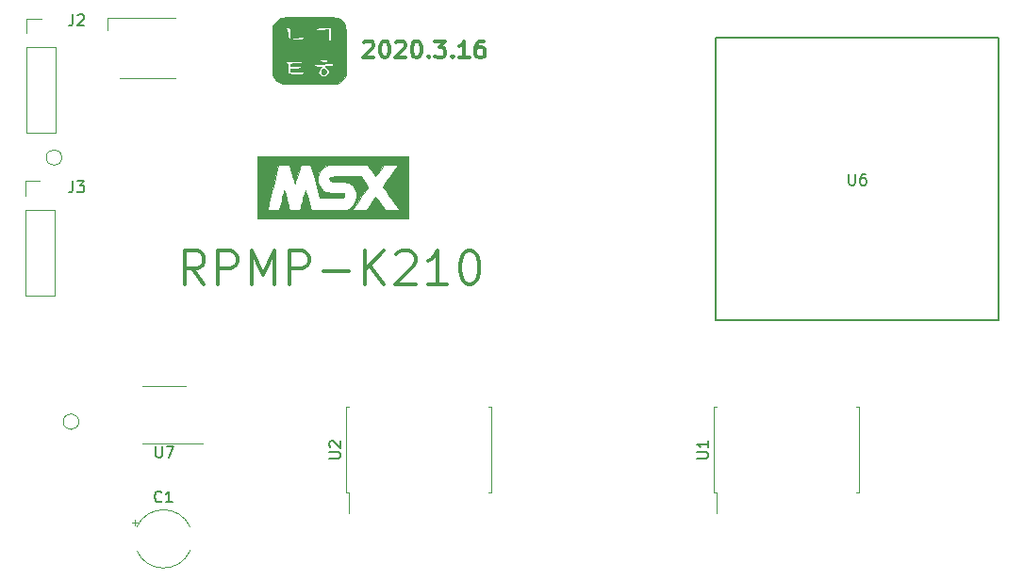
<source format=gbr>
G04 #@! TF.GenerationSoftware,KiCad,Pcbnew,5.1.5+dfsg1-2*
G04 #@! TF.CreationDate,2020-04-06T17:51:16-07:00*
G04 #@! TF.ProjectId,rpmpv1,72706d70-7631-42e6-9b69-6361645f7063,rev?*
G04 #@! TF.SameCoordinates,Original*
G04 #@! TF.FileFunction,Legend,Top*
G04 #@! TF.FilePolarity,Positive*
%FSLAX46Y46*%
G04 Gerber Fmt 4.6, Leading zero omitted, Abs format (unit mm)*
G04 Created by KiCad (PCBNEW 5.1.5+dfsg1-2) date 2020-04-06 17:51:16*
%MOMM*%
%LPD*%
G04 APERTURE LIST*
%ADD10C,0.300000*%
%ADD11C,0.150000*%
%ADD12C,0.120000*%
%ADD13C,0.010000*%
G04 APERTURE END LIST*
D10*
X137319428Y-53550428D02*
X137390857Y-53479000D01*
X137533714Y-53407571D01*
X137890857Y-53407571D01*
X138033714Y-53479000D01*
X138105142Y-53550428D01*
X138176571Y-53693285D01*
X138176571Y-53836142D01*
X138105142Y-54050428D01*
X137248000Y-54907571D01*
X138176571Y-54907571D01*
X139105142Y-53407571D02*
X139248000Y-53407571D01*
X139390857Y-53479000D01*
X139462285Y-53550428D01*
X139533714Y-53693285D01*
X139605142Y-53979000D01*
X139605142Y-54336142D01*
X139533714Y-54621857D01*
X139462285Y-54764714D01*
X139390857Y-54836142D01*
X139248000Y-54907571D01*
X139105142Y-54907571D01*
X138962285Y-54836142D01*
X138890857Y-54764714D01*
X138819428Y-54621857D01*
X138748000Y-54336142D01*
X138748000Y-53979000D01*
X138819428Y-53693285D01*
X138890857Y-53550428D01*
X138962285Y-53479000D01*
X139105142Y-53407571D01*
X140176571Y-53550428D02*
X140248000Y-53479000D01*
X140390857Y-53407571D01*
X140748000Y-53407571D01*
X140890857Y-53479000D01*
X140962285Y-53550428D01*
X141033714Y-53693285D01*
X141033714Y-53836142D01*
X140962285Y-54050428D01*
X140105142Y-54907571D01*
X141033714Y-54907571D01*
X141962285Y-53407571D02*
X142105142Y-53407571D01*
X142248000Y-53479000D01*
X142319428Y-53550428D01*
X142390857Y-53693285D01*
X142462285Y-53979000D01*
X142462285Y-54336142D01*
X142390857Y-54621857D01*
X142319428Y-54764714D01*
X142248000Y-54836142D01*
X142105142Y-54907571D01*
X141962285Y-54907571D01*
X141819428Y-54836142D01*
X141748000Y-54764714D01*
X141676571Y-54621857D01*
X141605142Y-54336142D01*
X141605142Y-53979000D01*
X141676571Y-53693285D01*
X141748000Y-53550428D01*
X141819428Y-53479000D01*
X141962285Y-53407571D01*
X143105142Y-54764714D02*
X143176571Y-54836142D01*
X143105142Y-54907571D01*
X143033714Y-54836142D01*
X143105142Y-54764714D01*
X143105142Y-54907571D01*
X143676571Y-53407571D02*
X144605142Y-53407571D01*
X144105142Y-53979000D01*
X144319428Y-53979000D01*
X144462285Y-54050428D01*
X144533714Y-54121857D01*
X144605142Y-54264714D01*
X144605142Y-54621857D01*
X144533714Y-54764714D01*
X144462285Y-54836142D01*
X144319428Y-54907571D01*
X143890857Y-54907571D01*
X143748000Y-54836142D01*
X143676571Y-54764714D01*
X145248000Y-54764714D02*
X145319428Y-54836142D01*
X145248000Y-54907571D01*
X145176571Y-54836142D01*
X145248000Y-54764714D01*
X145248000Y-54907571D01*
X146748000Y-54907571D02*
X145890857Y-54907571D01*
X146319428Y-54907571D02*
X146319428Y-53407571D01*
X146176571Y-53621857D01*
X146033714Y-53764714D01*
X145890857Y-53836142D01*
X148033714Y-53407571D02*
X147748000Y-53407571D01*
X147605142Y-53479000D01*
X147533714Y-53550428D01*
X147390857Y-53764714D01*
X147319428Y-54050428D01*
X147319428Y-54621857D01*
X147390857Y-54764714D01*
X147462285Y-54836142D01*
X147605142Y-54907571D01*
X147890857Y-54907571D01*
X148033714Y-54836142D01*
X148105142Y-54764714D01*
X148176571Y-54621857D01*
X148176571Y-54264714D01*
X148105142Y-54121857D01*
X148033714Y-54050428D01*
X147890857Y-53979000D01*
X147605142Y-53979000D01*
X147462285Y-54050428D01*
X147390857Y-54121857D01*
X147319428Y-54264714D01*
X122937428Y-75271142D02*
X121937428Y-73842571D01*
X121223142Y-75271142D02*
X121223142Y-72271142D01*
X122366000Y-72271142D01*
X122651714Y-72414000D01*
X122794571Y-72556857D01*
X122937428Y-72842571D01*
X122937428Y-73271142D01*
X122794571Y-73556857D01*
X122651714Y-73699714D01*
X122366000Y-73842571D01*
X121223142Y-73842571D01*
X124223142Y-75271142D02*
X124223142Y-72271142D01*
X125366000Y-72271142D01*
X125651714Y-72414000D01*
X125794571Y-72556857D01*
X125937428Y-72842571D01*
X125937428Y-73271142D01*
X125794571Y-73556857D01*
X125651714Y-73699714D01*
X125366000Y-73842571D01*
X124223142Y-73842571D01*
X127223142Y-75271142D02*
X127223142Y-72271142D01*
X128223142Y-74414000D01*
X129223142Y-72271142D01*
X129223142Y-75271142D01*
X130651714Y-75271142D02*
X130651714Y-72271142D01*
X131794571Y-72271142D01*
X132080285Y-72414000D01*
X132223142Y-72556857D01*
X132366000Y-72842571D01*
X132366000Y-73271142D01*
X132223142Y-73556857D01*
X132080285Y-73699714D01*
X131794571Y-73842571D01*
X130651714Y-73842571D01*
X133651714Y-74128285D02*
X135937428Y-74128285D01*
X137366000Y-75271142D02*
X137366000Y-72271142D01*
X139080285Y-75271142D02*
X137794571Y-73556857D01*
X139080285Y-72271142D02*
X137366000Y-73985428D01*
X140223142Y-72556857D02*
X140366000Y-72414000D01*
X140651714Y-72271142D01*
X141366000Y-72271142D01*
X141651714Y-72414000D01*
X141794571Y-72556857D01*
X141937428Y-72842571D01*
X141937428Y-73128285D01*
X141794571Y-73556857D01*
X140080285Y-75271142D01*
X141937428Y-75271142D01*
X144794571Y-75271142D02*
X143080285Y-75271142D01*
X143937428Y-75271142D02*
X143937428Y-72271142D01*
X143651714Y-72699714D01*
X143366000Y-72985428D01*
X143080285Y-73128285D01*
X146651714Y-72271142D02*
X146937428Y-72271142D01*
X147223142Y-72414000D01*
X147366000Y-72556857D01*
X147508857Y-72842571D01*
X147651714Y-73414000D01*
X147651714Y-74128285D01*
X147508857Y-74699714D01*
X147366000Y-74985428D01*
X147223142Y-75128285D01*
X146937428Y-75271142D01*
X146651714Y-75271142D01*
X146366000Y-75128285D01*
X146223142Y-74985428D01*
X146080285Y-74699714D01*
X145937428Y-74128285D01*
X145937428Y-73414000D01*
X146080285Y-72842571D01*
X146223142Y-72556857D01*
X146366000Y-72414000D01*
X146651714Y-72271142D01*
D11*
X194310000Y-78486000D02*
X168910000Y-78486000D01*
X194310000Y-53086000D02*
X168910000Y-53086000D01*
X168910000Y-78486000D02*
X168910000Y-53086000D01*
X194310000Y-78486000D02*
X194310000Y-53086000D01*
D12*
X135965000Y-94030000D02*
X135965000Y-95845000D01*
X135730000Y-94030000D02*
X135965000Y-94030000D01*
X135730000Y-90170000D02*
X135730000Y-94030000D01*
X135730000Y-86310000D02*
X135965000Y-86310000D01*
X135730000Y-90170000D02*
X135730000Y-86310000D01*
X148750000Y-94030000D02*
X148515000Y-94030000D01*
X148750000Y-90170000D02*
X148750000Y-94030000D01*
X148750000Y-86310000D02*
X148515000Y-86310000D01*
X148750000Y-90170000D02*
X148750000Y-86310000D01*
X168985000Y-94030000D02*
X168985000Y-95845000D01*
X168750000Y-94030000D02*
X168985000Y-94030000D01*
X168750000Y-90170000D02*
X168750000Y-94030000D01*
X168750000Y-86310000D02*
X168985000Y-86310000D01*
X168750000Y-90170000D02*
X168750000Y-86310000D01*
X181770000Y-94030000D02*
X181535000Y-94030000D01*
X181770000Y-90170000D02*
X181770000Y-94030000D01*
X181770000Y-86310000D02*
X181535000Y-86310000D01*
X181770000Y-90170000D02*
X181770000Y-86310000D01*
X107001000Y-51375000D02*
X108331000Y-51375000D01*
X107001000Y-52705000D02*
X107001000Y-51375000D01*
X107001000Y-53975000D02*
X109661000Y-53975000D01*
X109661000Y-53975000D02*
X109661000Y-61655000D01*
X107001000Y-53975000D02*
X107001000Y-61655000D01*
X107001000Y-61655000D02*
X109661000Y-61655000D01*
X114269000Y-51353000D02*
X120369000Y-51353000D01*
X114269000Y-52453000D02*
X114269000Y-51353000D01*
X120369000Y-56753000D02*
X115369000Y-56753000D01*
D13*
G36*
X141266333Y-69384333D02*
G01*
X127719667Y-69384333D01*
X127719667Y-68527083D01*
X128618541Y-68527083D01*
X128630332Y-68549782D01*
X128691308Y-68565402D01*
X128811355Y-68574934D01*
X129000359Y-68579370D01*
X129145934Y-68580000D01*
X129692260Y-68580000D01*
X129901880Y-67712735D01*
X129965068Y-67455411D01*
X130022715Y-67228382D01*
X130071608Y-67043679D01*
X130108536Y-66913335D01*
X130130285Y-66849384D01*
X130133586Y-66844901D01*
X130151903Y-66883226D01*
X130187564Y-66989124D01*
X130236136Y-67148350D01*
X130293184Y-67346660D01*
X130321188Y-67447583D01*
X130387618Y-67688056D01*
X130453653Y-67924238D01*
X130512565Y-68132248D01*
X130557626Y-68288206D01*
X130565686Y-68315416D01*
X130644667Y-68580000D01*
X131108333Y-68580000D01*
X131295041Y-68579098D01*
X131445820Y-68576656D01*
X131543542Y-68573062D01*
X131572096Y-68569416D01*
X131582705Y-68522127D01*
X131611719Y-68408703D01*
X131655169Y-68243751D01*
X131709089Y-68041878D01*
X131769511Y-67817692D01*
X131832467Y-67585798D01*
X131893991Y-67360805D01*
X131950114Y-67157319D01*
X131996869Y-66989948D01*
X132030289Y-66873298D01*
X132046406Y-66821976D01*
X132047020Y-66820868D01*
X132061834Y-66855220D01*
X132094693Y-66959913D01*
X132142256Y-67123368D01*
X132201185Y-67334004D01*
X132268141Y-67580241D01*
X132295387Y-67682214D01*
X132528481Y-68558833D01*
X134112490Y-68569941D01*
X135696498Y-68581048D01*
X135916462Y-68473430D01*
X136191523Y-68294760D01*
X136403747Y-68062062D01*
X136548639Y-67782663D01*
X136621707Y-67463887D01*
X136629957Y-67310000D01*
X136593164Y-66977897D01*
X136480724Y-66683766D01*
X136292451Y-66427187D01*
X136202775Y-66341018D01*
X136069468Y-66234397D01*
X135935811Y-66155635D01*
X135785860Y-66100785D01*
X135603673Y-66065905D01*
X135373307Y-66047048D01*
X135078819Y-66040270D01*
X134986209Y-66039999D01*
X134706698Y-66037255D01*
X134500907Y-66026860D01*
X134358003Y-66005571D01*
X134267155Y-65970146D01*
X134217529Y-65917341D01*
X134198294Y-65843914D01*
X134196666Y-65803629D01*
X134198642Y-65743113D01*
X134210045Y-65694306D01*
X134239094Y-65655949D01*
X134294006Y-65626783D01*
X134382998Y-65605551D01*
X134514288Y-65590993D01*
X134696092Y-65581851D01*
X134936628Y-65576866D01*
X135244114Y-65574781D01*
X135626765Y-65574336D01*
X135693813Y-65574333D01*
X137057913Y-65574333D01*
X137365430Y-66024190D01*
X137481422Y-66200852D01*
X137573020Y-66354000D01*
X137632100Y-66469067D01*
X137650540Y-66531487D01*
X137649851Y-66534234D01*
X137620338Y-66583540D01*
X137548587Y-66692607D01*
X137441060Y-66851935D01*
X137304221Y-67052025D01*
X137144530Y-67283379D01*
X136968452Y-67536499D01*
X136948878Y-67564523D01*
X136772929Y-67817101D01*
X136613967Y-68046792D01*
X136478163Y-68244557D01*
X136371690Y-68401355D01*
X136300720Y-68508149D01*
X136271425Y-68555897D01*
X136271000Y-68557313D01*
X136310878Y-68565254D01*
X136420696Y-68571981D01*
X136585732Y-68576963D01*
X136791261Y-68579667D01*
X136898227Y-68580000D01*
X137525455Y-68580000D01*
X138339237Y-67387242D01*
X138567171Y-67697871D01*
X138703225Y-67884578D01*
X138851582Y-68090172D01*
X138982832Y-68273872D01*
X138997268Y-68294250D01*
X139199432Y-68579999D01*
X139809549Y-68580000D01*
X140025875Y-68578269D01*
X140208458Y-68573511D01*
X140342372Y-68566372D01*
X140412687Y-68557502D01*
X140419667Y-68553504D01*
X140396187Y-68513400D01*
X140329868Y-68413257D01*
X140226890Y-68262066D01*
X140093433Y-68068823D01*
X139935677Y-67842519D01*
X139759804Y-67592148D01*
X139728724Y-67548088D01*
X139548817Y-67292912D01*
X139384287Y-67059005D01*
X139241643Y-66855663D01*
X139127394Y-66692182D01*
X139048048Y-66577859D01*
X139010114Y-66521988D01*
X139008411Y-66519247D01*
X139024018Y-66471709D01*
X139084862Y-66363755D01*
X139185945Y-66203122D01*
X139322266Y-65997545D01*
X139488825Y-65754760D01*
X139657021Y-65515660D01*
X139833962Y-65265970D01*
X139993682Y-65039045D01*
X140129903Y-64843932D01*
X140236344Y-64689678D01*
X140306724Y-64585329D01*
X140334766Y-64539931D01*
X140335000Y-64538996D01*
X140295128Y-64531021D01*
X140185350Y-64524442D01*
X140020423Y-64519769D01*
X139815101Y-64517511D01*
X139710583Y-64517425D01*
X139086167Y-64518851D01*
X138797756Y-64932816D01*
X138674792Y-65107840D01*
X138560426Y-65268001D01*
X138468369Y-65394252D01*
X138416756Y-65462108D01*
X138324167Y-65577434D01*
X137943167Y-65046148D01*
X137562167Y-64514861D01*
X135868833Y-64526013D01*
X134175500Y-64537166D01*
X133937586Y-64648721D01*
X133637350Y-64825719D01*
X133412153Y-65041110D01*
X133260362Y-65297370D01*
X133180348Y-65596971D01*
X133166063Y-65818832D01*
X133172573Y-66000370D01*
X133197473Y-66142139D01*
X133250850Y-66285133D01*
X133311433Y-66409621D01*
X133481619Y-66671450D01*
X133688775Y-66869605D01*
X133923136Y-66995232D01*
X133975486Y-67011735D01*
X134072947Y-67027123D01*
X134235730Y-67040178D01*
X134444500Y-67049857D01*
X134679920Y-67055116D01*
X134791450Y-67055763D01*
X135083176Y-67058719D01*
X135295039Y-67067570D01*
X135431661Y-67082648D01*
X135497662Y-67104285D01*
X135500533Y-67106800D01*
X135545497Y-67199300D01*
X135549836Y-67318660D01*
X135516875Y-67426821D01*
X135468037Y-67478599D01*
X135393845Y-67493946D01*
X135239119Y-67505030D01*
X135007888Y-67511733D01*
X134704185Y-67513931D01*
X134361255Y-67511839D01*
X133337768Y-67500500D01*
X132962642Y-66167000D01*
X132870003Y-65837584D01*
X132782951Y-65527843D01*
X132704610Y-65248903D01*
X132638101Y-65011889D01*
X132586547Y-64827924D01*
X132553070Y-64708134D01*
X132543413Y-64673338D01*
X132499309Y-64513176D01*
X131595057Y-64537166D01*
X131359953Y-65341500D01*
X131286485Y-65592069D01*
X131220122Y-65816945D01*
X131164874Y-66002649D01*
X131124754Y-66135705D01*
X131103774Y-66202637D01*
X131102693Y-66205695D01*
X131085319Y-66185715D01*
X131049763Y-66095111D01*
X130999715Y-65945054D01*
X130938866Y-65746712D01*
X130870904Y-65511255D01*
X130857941Y-65464862D01*
X130787958Y-65213260D01*
X130724772Y-64986353D01*
X130672258Y-64798033D01*
X130634290Y-64662191D01*
X130614743Y-64592719D01*
X130613987Y-64590083D01*
X130595238Y-64557588D01*
X130551462Y-64536133D01*
X130467851Y-64523518D01*
X130329594Y-64517541D01*
X130121883Y-64516000D01*
X129638549Y-64516000D01*
X129138011Y-66495083D01*
X129037613Y-66891606D01*
X128943162Y-67263786D01*
X128856755Y-67603424D01*
X128780487Y-67902322D01*
X128716455Y-68152280D01*
X128666754Y-68345099D01*
X128633481Y-68472582D01*
X128618731Y-68526528D01*
X128618541Y-68527083D01*
X127719667Y-68527083D01*
X127719667Y-63754000D01*
X141266333Y-63754000D01*
X141266333Y-69384333D01*
G37*
X141266333Y-69384333D02*
X127719667Y-69384333D01*
X127719667Y-68527083D01*
X128618541Y-68527083D01*
X128630332Y-68549782D01*
X128691308Y-68565402D01*
X128811355Y-68574934D01*
X129000359Y-68579370D01*
X129145934Y-68580000D01*
X129692260Y-68580000D01*
X129901880Y-67712735D01*
X129965068Y-67455411D01*
X130022715Y-67228382D01*
X130071608Y-67043679D01*
X130108536Y-66913335D01*
X130130285Y-66849384D01*
X130133586Y-66844901D01*
X130151903Y-66883226D01*
X130187564Y-66989124D01*
X130236136Y-67148350D01*
X130293184Y-67346660D01*
X130321188Y-67447583D01*
X130387618Y-67688056D01*
X130453653Y-67924238D01*
X130512565Y-68132248D01*
X130557626Y-68288206D01*
X130565686Y-68315416D01*
X130644667Y-68580000D01*
X131108333Y-68580000D01*
X131295041Y-68579098D01*
X131445820Y-68576656D01*
X131543542Y-68573062D01*
X131572096Y-68569416D01*
X131582705Y-68522127D01*
X131611719Y-68408703D01*
X131655169Y-68243751D01*
X131709089Y-68041878D01*
X131769511Y-67817692D01*
X131832467Y-67585798D01*
X131893991Y-67360805D01*
X131950114Y-67157319D01*
X131996869Y-66989948D01*
X132030289Y-66873298D01*
X132046406Y-66821976D01*
X132047020Y-66820868D01*
X132061834Y-66855220D01*
X132094693Y-66959913D01*
X132142256Y-67123368D01*
X132201185Y-67334004D01*
X132268141Y-67580241D01*
X132295387Y-67682214D01*
X132528481Y-68558833D01*
X134112490Y-68569941D01*
X135696498Y-68581048D01*
X135916462Y-68473430D01*
X136191523Y-68294760D01*
X136403747Y-68062062D01*
X136548639Y-67782663D01*
X136621707Y-67463887D01*
X136629957Y-67310000D01*
X136593164Y-66977897D01*
X136480724Y-66683766D01*
X136292451Y-66427187D01*
X136202775Y-66341018D01*
X136069468Y-66234397D01*
X135935811Y-66155635D01*
X135785860Y-66100785D01*
X135603673Y-66065905D01*
X135373307Y-66047048D01*
X135078819Y-66040270D01*
X134986209Y-66039999D01*
X134706698Y-66037255D01*
X134500907Y-66026860D01*
X134358003Y-66005571D01*
X134267155Y-65970146D01*
X134217529Y-65917341D01*
X134198294Y-65843914D01*
X134196666Y-65803629D01*
X134198642Y-65743113D01*
X134210045Y-65694306D01*
X134239094Y-65655949D01*
X134294006Y-65626783D01*
X134382998Y-65605551D01*
X134514288Y-65590993D01*
X134696092Y-65581851D01*
X134936628Y-65576866D01*
X135244114Y-65574781D01*
X135626765Y-65574336D01*
X135693813Y-65574333D01*
X137057913Y-65574333D01*
X137365430Y-66024190D01*
X137481422Y-66200852D01*
X137573020Y-66354000D01*
X137632100Y-66469067D01*
X137650540Y-66531487D01*
X137649851Y-66534234D01*
X137620338Y-66583540D01*
X137548587Y-66692607D01*
X137441060Y-66851935D01*
X137304221Y-67052025D01*
X137144530Y-67283379D01*
X136968452Y-67536499D01*
X136948878Y-67564523D01*
X136772929Y-67817101D01*
X136613967Y-68046792D01*
X136478163Y-68244557D01*
X136371690Y-68401355D01*
X136300720Y-68508149D01*
X136271425Y-68555897D01*
X136271000Y-68557313D01*
X136310878Y-68565254D01*
X136420696Y-68571981D01*
X136585732Y-68576963D01*
X136791261Y-68579667D01*
X136898227Y-68580000D01*
X137525455Y-68580000D01*
X138339237Y-67387242D01*
X138567171Y-67697871D01*
X138703225Y-67884578D01*
X138851582Y-68090172D01*
X138982832Y-68273872D01*
X138997268Y-68294250D01*
X139199432Y-68579999D01*
X139809549Y-68580000D01*
X140025875Y-68578269D01*
X140208458Y-68573511D01*
X140342372Y-68566372D01*
X140412687Y-68557502D01*
X140419667Y-68553504D01*
X140396187Y-68513400D01*
X140329868Y-68413257D01*
X140226890Y-68262066D01*
X140093433Y-68068823D01*
X139935677Y-67842519D01*
X139759804Y-67592148D01*
X139728724Y-67548088D01*
X139548817Y-67292912D01*
X139384287Y-67059005D01*
X139241643Y-66855663D01*
X139127394Y-66692182D01*
X139048048Y-66577859D01*
X139010114Y-66521988D01*
X139008411Y-66519247D01*
X139024018Y-66471709D01*
X139084862Y-66363755D01*
X139185945Y-66203122D01*
X139322266Y-65997545D01*
X139488825Y-65754760D01*
X139657021Y-65515660D01*
X139833962Y-65265970D01*
X139993682Y-65039045D01*
X140129903Y-64843932D01*
X140236344Y-64689678D01*
X140306724Y-64585329D01*
X140334766Y-64539931D01*
X140335000Y-64538996D01*
X140295128Y-64531021D01*
X140185350Y-64524442D01*
X140020423Y-64519769D01*
X139815101Y-64517511D01*
X139710583Y-64517425D01*
X139086167Y-64518851D01*
X138797756Y-64932816D01*
X138674792Y-65107840D01*
X138560426Y-65268001D01*
X138468369Y-65394252D01*
X138416756Y-65462108D01*
X138324167Y-65577434D01*
X137943167Y-65046148D01*
X137562167Y-64514861D01*
X135868833Y-64526013D01*
X134175500Y-64537166D01*
X133937586Y-64648721D01*
X133637350Y-64825719D01*
X133412153Y-65041110D01*
X133260362Y-65297370D01*
X133180348Y-65596971D01*
X133166063Y-65818832D01*
X133172573Y-66000370D01*
X133197473Y-66142139D01*
X133250850Y-66285133D01*
X133311433Y-66409621D01*
X133481619Y-66671450D01*
X133688775Y-66869605D01*
X133923136Y-66995232D01*
X133975486Y-67011735D01*
X134072947Y-67027123D01*
X134235730Y-67040178D01*
X134444500Y-67049857D01*
X134679920Y-67055116D01*
X134791450Y-67055763D01*
X135083176Y-67058719D01*
X135295039Y-67067570D01*
X135431661Y-67082648D01*
X135497662Y-67104285D01*
X135500533Y-67106800D01*
X135545497Y-67199300D01*
X135549836Y-67318660D01*
X135516875Y-67426821D01*
X135468037Y-67478599D01*
X135393845Y-67493946D01*
X135239119Y-67505030D01*
X135007888Y-67511733D01*
X134704185Y-67513931D01*
X134361255Y-67511839D01*
X133337768Y-67500500D01*
X132962642Y-66167000D01*
X132870003Y-65837584D01*
X132782951Y-65527843D01*
X132704610Y-65248903D01*
X132638101Y-65011889D01*
X132586547Y-64827924D01*
X132553070Y-64708134D01*
X132543413Y-64673338D01*
X132499309Y-64513176D01*
X131595057Y-64537166D01*
X131359953Y-65341500D01*
X131286485Y-65592069D01*
X131220122Y-65816945D01*
X131164874Y-66002649D01*
X131124754Y-66135705D01*
X131103774Y-66202637D01*
X131102693Y-66205695D01*
X131085319Y-66185715D01*
X131049763Y-66095111D01*
X130999715Y-65945054D01*
X130938866Y-65746712D01*
X130870904Y-65511255D01*
X130857941Y-65464862D01*
X130787958Y-65213260D01*
X130724772Y-64986353D01*
X130672258Y-64798033D01*
X130634290Y-64662191D01*
X130614743Y-64592719D01*
X130613987Y-64590083D01*
X130595238Y-64557588D01*
X130551462Y-64536133D01*
X130467851Y-64523518D01*
X130329594Y-64517541D01*
X130121883Y-64516000D01*
X129638549Y-64516000D01*
X129138011Y-66495083D01*
X129037613Y-66891606D01*
X128943162Y-67263786D01*
X128856755Y-67603424D01*
X128780487Y-67902322D01*
X128716455Y-68152280D01*
X128666754Y-68345099D01*
X128633481Y-68472582D01*
X128618731Y-68526528D01*
X128618541Y-68527083D01*
X127719667Y-68527083D01*
X127719667Y-63754000D01*
X141266333Y-63754000D01*
X141266333Y-69384333D01*
G36*
X132969048Y-51259490D02*
G01*
X133460862Y-51260393D01*
X133869408Y-51263230D01*
X134203850Y-51269088D01*
X134473354Y-51279058D01*
X134687086Y-51294227D01*
X134854210Y-51315685D01*
X134983893Y-51344520D01*
X135085299Y-51381822D01*
X135167595Y-51428679D01*
X135239945Y-51486180D01*
X135311515Y-51555415D01*
X135368449Y-51613901D01*
X135443245Y-51692627D01*
X135505461Y-51767822D01*
X135556185Y-51849193D01*
X135596507Y-51946450D01*
X135627514Y-52069300D01*
X135650296Y-52227452D01*
X135665941Y-52430614D01*
X135675537Y-52688494D01*
X135680173Y-53010801D01*
X135680938Y-53407243D01*
X135678920Y-53887528D01*
X135675917Y-54356000D01*
X135661400Y-56515000D01*
X135517637Y-56726837D01*
X135380914Y-56891080D01*
X135213759Y-57044361D01*
X135162037Y-57082437D01*
X134950200Y-57226200D01*
X132456721Y-57240268D01*
X129963242Y-57254337D01*
X129688905Y-57111022D01*
X129464523Y-56964064D01*
X129298180Y-56776561D01*
X129261384Y-56720017D01*
X129108200Y-56472327D01*
X129099420Y-55282441D01*
X130256631Y-55282441D01*
X130278039Y-55324375D01*
X130352800Y-55372000D01*
X130404578Y-55412263D01*
X130435264Y-55480152D01*
X130450106Y-55599192D01*
X130454352Y-55792905D01*
X130454400Y-55827358D01*
X130457445Y-56041957D01*
X130476642Y-56193342D01*
X130527080Y-56292541D01*
X130623852Y-56350581D01*
X130782048Y-56378490D01*
X131016759Y-56387296D01*
X131221622Y-56388000D01*
X131487067Y-56385862D01*
X131667402Y-56378105D01*
X131779056Y-56362707D01*
X131838455Y-56337650D01*
X131859270Y-56309609D01*
X131869312Y-56224612D01*
X131857945Y-56199811D01*
X131797321Y-56188061D01*
X131657198Y-56180368D01*
X131459623Y-56177498D01*
X131267469Y-56179334D01*
X130708400Y-56190262D01*
X130708400Y-55883812D01*
X131177719Y-55869206D01*
X131402721Y-55859595D01*
X131545160Y-55845029D01*
X131624071Y-55821460D01*
X131658487Y-55784834D01*
X131664044Y-55765700D01*
X131662249Y-55724399D01*
X131625923Y-55698222D01*
X131537336Y-55683811D01*
X131378760Y-55677807D01*
X131194724Y-55676800D01*
X130970121Y-55675935D01*
X130828160Y-55670040D01*
X130749882Y-55654164D01*
X130716330Y-55623357D01*
X130708545Y-55572667D01*
X130708400Y-55549800D01*
X130708711Y-55543991D01*
X132807929Y-55543991D01*
X132885688Y-55630456D01*
X132981009Y-55683881D01*
X133111073Y-55703454D01*
X133287471Y-55696549D01*
X133445442Y-55686359D01*
X133516378Y-55691071D01*
X133514142Y-55713678D01*
X133481457Y-55738420D01*
X133299079Y-55899591D01*
X133203629Y-56071923D01*
X133198307Y-56242487D01*
X133286312Y-56398355D01*
X133311900Y-56423478D01*
X133493888Y-56549525D01*
X133678513Y-56585202D01*
X133893177Y-56534866D01*
X133927080Y-56521248D01*
X134091378Y-56408393D01*
X134175928Y-56255809D01*
X134180939Y-56086453D01*
X134106616Y-55923285D01*
X133953167Y-55789261D01*
X133920311Y-55771568D01*
X133824575Y-55710822D01*
X133819371Y-55667526D01*
X133907667Y-55640214D01*
X134092433Y-55627417D01*
X134214756Y-55626000D01*
X134424120Y-55612098D01*
X134536337Y-55570515D01*
X134551130Y-55501429D01*
X134504251Y-55437680D01*
X134457854Y-55404301D01*
X134388595Y-55387301D01*
X134276236Y-55386243D01*
X134100534Y-55400687D01*
X133889971Y-55424388D01*
X133635186Y-55448749D01*
X133388078Y-55462343D01*
X133184445Y-55463653D01*
X133098745Y-55457994D01*
X132916051Y-55451238D01*
X132817497Y-55481211D01*
X132807929Y-55543991D01*
X130708711Y-55543991D01*
X130711491Y-55492166D01*
X130733132Y-55455295D01*
X130791872Y-55434549D01*
X130906261Y-55425291D01*
X131094848Y-55422884D01*
X131216400Y-55422800D01*
X131447609Y-55421405D01*
X131595621Y-55414770D01*
X131678823Y-55399216D01*
X131715606Y-55371066D01*
X131724358Y-55326641D01*
X131724400Y-55321200D01*
X131719270Y-55281587D01*
X131693649Y-55253870D01*
X131632191Y-55235934D01*
X131519549Y-55225661D01*
X131340376Y-55220934D01*
X131079325Y-55219636D01*
X130987800Y-55219600D01*
X130669316Y-55222737D01*
X130445683Y-55233202D01*
X130310317Y-55252577D01*
X130256631Y-55282441D01*
X129099420Y-55282441D01*
X129098016Y-55092192D01*
X133298370Y-55092192D01*
X133339087Y-55175887D01*
X133412103Y-55242119D01*
X133551385Y-55298284D01*
X133727520Y-55319099D01*
X133889851Y-55301514D01*
X133954302Y-55274749D01*
X134013031Y-55203675D01*
X133985699Y-55135438D01*
X133887141Y-55084817D01*
X133745294Y-55066506D01*
X133579126Y-55058894D01*
X133438449Y-55040869D01*
X133413500Y-55035181D01*
X133323230Y-55037072D01*
X133298370Y-55092192D01*
X129098016Y-55092192D01*
X129092613Y-54360063D01*
X129089375Y-53745809D01*
X129089499Y-53230280D01*
X129093036Y-52810657D01*
X129100038Y-52484120D01*
X129110553Y-52247847D01*
X129112429Y-52228014D01*
X130204180Y-52228014D01*
X130244038Y-52288219D01*
X130296192Y-52320892D01*
X130350806Y-52371406D01*
X130385060Y-52466846D01*
X130405712Y-52630707D01*
X130411801Y-52722848D01*
X130425330Y-52916004D01*
X130450767Y-53053655D01*
X130503360Y-53145202D01*
X130598360Y-53200049D01*
X130751016Y-53227596D01*
X130976580Y-53237246D01*
X131248020Y-53238400D01*
X131522431Y-53237487D01*
X131711163Y-53233227D01*
X131830129Y-53223333D01*
X131895243Y-53205522D01*
X131922421Y-53177509D01*
X131927600Y-53140836D01*
X131883686Y-53057724D01*
X131772034Y-53009506D01*
X131622771Y-53003797D01*
X131501318Y-53033102D01*
X131376120Y-53061356D01*
X131193714Y-53080549D01*
X131035292Y-53086000D01*
X130708400Y-53086000D01*
X130708400Y-52727060D01*
X130700494Y-52479736D01*
X130670779Y-52316897D01*
X130610255Y-52222238D01*
X130608469Y-52221476D01*
X132791200Y-52221476D01*
X132807215Y-52252220D01*
X132880438Y-52321169D01*
X132888445Y-52327890D01*
X132951007Y-52372781D01*
X133022655Y-52400048D01*
X133125492Y-52411901D01*
X133281620Y-52410549D01*
X133513142Y-52398201D01*
X133561545Y-52395170D01*
X134112000Y-52360339D01*
X134112000Y-52875569D01*
X134114380Y-53113757D01*
X134123208Y-53267244D01*
X134141013Y-53352853D01*
X134170323Y-53387407D01*
X134189457Y-53390800D01*
X134262756Y-53348262D01*
X134316457Y-53260492D01*
X134338671Y-53152041D01*
X134355732Y-52973519D01*
X134365034Y-52756424D01*
X134366000Y-52661929D01*
X134366000Y-52193672D01*
X133591300Y-52205422D01*
X133321286Y-52209762D01*
X133088842Y-52213960D01*
X132912148Y-52217652D01*
X132809389Y-52220473D01*
X132791200Y-52221476D01*
X130608469Y-52221476D01*
X130509921Y-52179453D01*
X130401812Y-52171600D01*
X130258393Y-52186849D01*
X130204180Y-52228014D01*
X129112429Y-52228014D01*
X129124632Y-52099019D01*
X129133699Y-52054141D01*
X129233899Y-51845287D01*
X129399568Y-51633950D01*
X129600941Y-51453050D01*
X129768600Y-51351975D01*
X129821965Y-51330454D01*
X129885320Y-51312533D01*
X129967888Y-51297886D01*
X130078893Y-51286188D01*
X130227560Y-51277111D01*
X130423114Y-51270329D01*
X130674779Y-51265517D01*
X130991780Y-51262347D01*
X131383340Y-51260494D01*
X131858685Y-51259631D01*
X132384800Y-51259431D01*
X132969048Y-51259490D01*
G37*
X132969048Y-51259490D02*
X133460862Y-51260393D01*
X133869408Y-51263230D01*
X134203850Y-51269088D01*
X134473354Y-51279058D01*
X134687086Y-51294227D01*
X134854210Y-51315685D01*
X134983893Y-51344520D01*
X135085299Y-51381822D01*
X135167595Y-51428679D01*
X135239945Y-51486180D01*
X135311515Y-51555415D01*
X135368449Y-51613901D01*
X135443245Y-51692627D01*
X135505461Y-51767822D01*
X135556185Y-51849193D01*
X135596507Y-51946450D01*
X135627514Y-52069300D01*
X135650296Y-52227452D01*
X135665941Y-52430614D01*
X135675537Y-52688494D01*
X135680173Y-53010801D01*
X135680938Y-53407243D01*
X135678920Y-53887528D01*
X135675917Y-54356000D01*
X135661400Y-56515000D01*
X135517637Y-56726837D01*
X135380914Y-56891080D01*
X135213759Y-57044361D01*
X135162037Y-57082437D01*
X134950200Y-57226200D01*
X132456721Y-57240268D01*
X129963242Y-57254337D01*
X129688905Y-57111022D01*
X129464523Y-56964064D01*
X129298180Y-56776561D01*
X129261384Y-56720017D01*
X129108200Y-56472327D01*
X129099420Y-55282441D01*
X130256631Y-55282441D01*
X130278039Y-55324375D01*
X130352800Y-55372000D01*
X130404578Y-55412263D01*
X130435264Y-55480152D01*
X130450106Y-55599192D01*
X130454352Y-55792905D01*
X130454400Y-55827358D01*
X130457445Y-56041957D01*
X130476642Y-56193342D01*
X130527080Y-56292541D01*
X130623852Y-56350581D01*
X130782048Y-56378490D01*
X131016759Y-56387296D01*
X131221622Y-56388000D01*
X131487067Y-56385862D01*
X131667402Y-56378105D01*
X131779056Y-56362707D01*
X131838455Y-56337650D01*
X131859270Y-56309609D01*
X131869312Y-56224612D01*
X131857945Y-56199811D01*
X131797321Y-56188061D01*
X131657198Y-56180368D01*
X131459623Y-56177498D01*
X131267469Y-56179334D01*
X130708400Y-56190262D01*
X130708400Y-55883812D01*
X131177719Y-55869206D01*
X131402721Y-55859595D01*
X131545160Y-55845029D01*
X131624071Y-55821460D01*
X131658487Y-55784834D01*
X131664044Y-55765700D01*
X131662249Y-55724399D01*
X131625923Y-55698222D01*
X131537336Y-55683811D01*
X131378760Y-55677807D01*
X131194724Y-55676800D01*
X130970121Y-55675935D01*
X130828160Y-55670040D01*
X130749882Y-55654164D01*
X130716330Y-55623357D01*
X130708545Y-55572667D01*
X130708400Y-55549800D01*
X130708711Y-55543991D01*
X132807929Y-55543991D01*
X132885688Y-55630456D01*
X132981009Y-55683881D01*
X133111073Y-55703454D01*
X133287471Y-55696549D01*
X133445442Y-55686359D01*
X133516378Y-55691071D01*
X133514142Y-55713678D01*
X133481457Y-55738420D01*
X133299079Y-55899591D01*
X133203629Y-56071923D01*
X133198307Y-56242487D01*
X133286312Y-56398355D01*
X133311900Y-56423478D01*
X133493888Y-56549525D01*
X133678513Y-56585202D01*
X133893177Y-56534866D01*
X133927080Y-56521248D01*
X134091378Y-56408393D01*
X134175928Y-56255809D01*
X134180939Y-56086453D01*
X134106616Y-55923285D01*
X133953167Y-55789261D01*
X133920311Y-55771568D01*
X133824575Y-55710822D01*
X133819371Y-55667526D01*
X133907667Y-55640214D01*
X134092433Y-55627417D01*
X134214756Y-55626000D01*
X134424120Y-55612098D01*
X134536337Y-55570515D01*
X134551130Y-55501429D01*
X134504251Y-55437680D01*
X134457854Y-55404301D01*
X134388595Y-55387301D01*
X134276236Y-55386243D01*
X134100534Y-55400687D01*
X133889971Y-55424388D01*
X133635186Y-55448749D01*
X133388078Y-55462343D01*
X133184445Y-55463653D01*
X133098745Y-55457994D01*
X132916051Y-55451238D01*
X132817497Y-55481211D01*
X132807929Y-55543991D01*
X130708711Y-55543991D01*
X130711491Y-55492166D01*
X130733132Y-55455295D01*
X130791872Y-55434549D01*
X130906261Y-55425291D01*
X131094848Y-55422884D01*
X131216400Y-55422800D01*
X131447609Y-55421405D01*
X131595621Y-55414770D01*
X131678823Y-55399216D01*
X131715606Y-55371066D01*
X131724358Y-55326641D01*
X131724400Y-55321200D01*
X131719270Y-55281587D01*
X131693649Y-55253870D01*
X131632191Y-55235934D01*
X131519549Y-55225661D01*
X131340376Y-55220934D01*
X131079325Y-55219636D01*
X130987800Y-55219600D01*
X130669316Y-55222737D01*
X130445683Y-55233202D01*
X130310317Y-55252577D01*
X130256631Y-55282441D01*
X129099420Y-55282441D01*
X129098016Y-55092192D01*
X133298370Y-55092192D01*
X133339087Y-55175887D01*
X133412103Y-55242119D01*
X133551385Y-55298284D01*
X133727520Y-55319099D01*
X133889851Y-55301514D01*
X133954302Y-55274749D01*
X134013031Y-55203675D01*
X133985699Y-55135438D01*
X133887141Y-55084817D01*
X133745294Y-55066506D01*
X133579126Y-55058894D01*
X133438449Y-55040869D01*
X133413500Y-55035181D01*
X133323230Y-55037072D01*
X133298370Y-55092192D01*
X129098016Y-55092192D01*
X129092613Y-54360063D01*
X129089375Y-53745809D01*
X129089499Y-53230280D01*
X129093036Y-52810657D01*
X129100038Y-52484120D01*
X129110553Y-52247847D01*
X129112429Y-52228014D01*
X130204180Y-52228014D01*
X130244038Y-52288219D01*
X130296192Y-52320892D01*
X130350806Y-52371406D01*
X130385060Y-52466846D01*
X130405712Y-52630707D01*
X130411801Y-52722848D01*
X130425330Y-52916004D01*
X130450767Y-53053655D01*
X130503360Y-53145202D01*
X130598360Y-53200049D01*
X130751016Y-53227596D01*
X130976580Y-53237246D01*
X131248020Y-53238400D01*
X131522431Y-53237487D01*
X131711163Y-53233227D01*
X131830129Y-53223333D01*
X131895243Y-53205522D01*
X131922421Y-53177509D01*
X131927600Y-53140836D01*
X131883686Y-53057724D01*
X131772034Y-53009506D01*
X131622771Y-53003797D01*
X131501318Y-53033102D01*
X131376120Y-53061356D01*
X131193714Y-53080549D01*
X131035292Y-53086000D01*
X130708400Y-53086000D01*
X130708400Y-52727060D01*
X130700494Y-52479736D01*
X130670779Y-52316897D01*
X130610255Y-52222238D01*
X130608469Y-52221476D01*
X132791200Y-52221476D01*
X132807215Y-52252220D01*
X132880438Y-52321169D01*
X132888445Y-52327890D01*
X132951007Y-52372781D01*
X133022655Y-52400048D01*
X133125492Y-52411901D01*
X133281620Y-52410549D01*
X133513142Y-52398201D01*
X133561545Y-52395170D01*
X134112000Y-52360339D01*
X134112000Y-52875569D01*
X134114380Y-53113757D01*
X134123208Y-53267244D01*
X134141013Y-53352853D01*
X134170323Y-53387407D01*
X134189457Y-53390800D01*
X134262756Y-53348262D01*
X134316457Y-53260492D01*
X134338671Y-53152041D01*
X134355732Y-52973519D01*
X134365034Y-52756424D01*
X134366000Y-52661929D01*
X134366000Y-52193672D01*
X133591300Y-52205422D01*
X133321286Y-52209762D01*
X133088842Y-52213960D01*
X132912148Y-52217652D01*
X132809389Y-52220473D01*
X132791200Y-52221476D01*
X130608469Y-52221476D01*
X130509921Y-52179453D01*
X130401812Y-52171600D01*
X130258393Y-52186849D01*
X130204180Y-52228014D01*
X129112429Y-52228014D01*
X129124632Y-52099019D01*
X129133699Y-52054141D01*
X129233899Y-51845287D01*
X129399568Y-51633950D01*
X129600941Y-51453050D01*
X129768600Y-51351975D01*
X129821965Y-51330454D01*
X129885320Y-51312533D01*
X129967888Y-51297886D01*
X130078893Y-51286188D01*
X130227560Y-51277111D01*
X130423114Y-51270329D01*
X130674779Y-51265517D01*
X130991780Y-51262347D01*
X131383340Y-51260494D01*
X131858685Y-51259631D01*
X132384800Y-51259431D01*
X132969048Y-51259490D01*
G36*
X133767491Y-55913515D02*
G01*
X133866732Y-55990913D01*
X133942098Y-56077476D01*
X133959600Y-56122696D01*
X133933148Y-56189877D01*
X133880519Y-56275096D01*
X133767956Y-56364911D01*
X133630954Y-56383842D01*
X133512560Y-56327040D01*
X133457598Y-56211645D01*
X133469858Y-56075685D01*
X133535595Y-55955038D01*
X133641063Y-55885580D01*
X133683828Y-55880000D01*
X133767491Y-55913515D01*
G37*
X133767491Y-55913515D02*
X133866732Y-55990913D01*
X133942098Y-56077476D01*
X133959600Y-56122696D01*
X133933148Y-56189877D01*
X133880519Y-56275096D01*
X133767956Y-56364911D01*
X133630954Y-56383842D01*
X133512560Y-56327040D01*
X133457598Y-56211645D01*
X133469858Y-56075685D01*
X133535595Y-55955038D01*
X133641063Y-55885580D01*
X133683828Y-55880000D01*
X133767491Y-55913515D01*
D12*
X121697997Y-97111000D02*
G75*
G03X116906003Y-97111000I-2395997J-1060000D01*
G01*
X121697997Y-99231000D02*
G75*
G02X116906003Y-99231000I-2395997J1060000D01*
G01*
X116497225Y-96696000D02*
X116997225Y-96696000D01*
X116747225Y-96446000D02*
X116747225Y-96946000D01*
X119380000Y-84435000D02*
X117430000Y-84435000D01*
X119380000Y-84435000D02*
X121330000Y-84435000D01*
X119380000Y-89555000D02*
X117430000Y-89555000D01*
X119380000Y-89555000D02*
X122830000Y-89555000D01*
X111698000Y-87630000D02*
G75*
G03X111698000Y-87630000I-700000J0D01*
G01*
X106874000Y-76260000D02*
X109534000Y-76260000D01*
X106874000Y-68580000D02*
X106874000Y-76260000D01*
X109534000Y-68580000D02*
X109534000Y-76260000D01*
X106874000Y-68580000D02*
X109534000Y-68580000D01*
X106874000Y-67310000D02*
X106874000Y-65980000D01*
X106874000Y-65980000D02*
X108204000Y-65980000D01*
X110174000Y-63881000D02*
G75*
G03X110174000Y-63881000I-700000J0D01*
G01*
D11*
X180848095Y-65365380D02*
X180848095Y-66174904D01*
X180895714Y-66270142D01*
X180943333Y-66317761D01*
X181038571Y-66365380D01*
X181229047Y-66365380D01*
X181324285Y-66317761D01*
X181371904Y-66270142D01*
X181419523Y-66174904D01*
X181419523Y-65365380D01*
X182324285Y-65365380D02*
X182133809Y-65365380D01*
X182038571Y-65413000D01*
X181990952Y-65460619D01*
X181895714Y-65603476D01*
X181848095Y-65793952D01*
X181848095Y-66174904D01*
X181895714Y-66270142D01*
X181943333Y-66317761D01*
X182038571Y-66365380D01*
X182229047Y-66365380D01*
X182324285Y-66317761D01*
X182371904Y-66270142D01*
X182419523Y-66174904D01*
X182419523Y-65936809D01*
X182371904Y-65841571D01*
X182324285Y-65793952D01*
X182229047Y-65746333D01*
X182038571Y-65746333D01*
X181943333Y-65793952D01*
X181895714Y-65841571D01*
X181848095Y-65936809D01*
X134192380Y-90931904D02*
X135001904Y-90931904D01*
X135097142Y-90884285D01*
X135144761Y-90836666D01*
X135192380Y-90741428D01*
X135192380Y-90550952D01*
X135144761Y-90455714D01*
X135097142Y-90408095D01*
X135001904Y-90360476D01*
X134192380Y-90360476D01*
X134287619Y-89931904D02*
X134240000Y-89884285D01*
X134192380Y-89789047D01*
X134192380Y-89550952D01*
X134240000Y-89455714D01*
X134287619Y-89408095D01*
X134382857Y-89360476D01*
X134478095Y-89360476D01*
X134620952Y-89408095D01*
X135192380Y-89979523D01*
X135192380Y-89360476D01*
X167212380Y-90931904D02*
X168021904Y-90931904D01*
X168117142Y-90884285D01*
X168164761Y-90836666D01*
X168212380Y-90741428D01*
X168212380Y-90550952D01*
X168164761Y-90455714D01*
X168117142Y-90408095D01*
X168021904Y-90360476D01*
X167212380Y-90360476D01*
X168212380Y-89360476D02*
X168212380Y-89931904D01*
X168212380Y-89646190D02*
X167212380Y-89646190D01*
X167355238Y-89741428D01*
X167450476Y-89836666D01*
X167498095Y-89931904D01*
X111172666Y-51014380D02*
X111172666Y-51728666D01*
X111125047Y-51871523D01*
X111029809Y-51966761D01*
X110886952Y-52014380D01*
X110791714Y-52014380D01*
X111601238Y-51109619D02*
X111648857Y-51062000D01*
X111744095Y-51014380D01*
X111982190Y-51014380D01*
X112077428Y-51062000D01*
X112125047Y-51109619D01*
X112172666Y-51204857D01*
X112172666Y-51300095D01*
X112125047Y-51442952D01*
X111553619Y-52014380D01*
X112172666Y-52014380D01*
X119135333Y-94778142D02*
X119087714Y-94825761D01*
X118944857Y-94873380D01*
X118849619Y-94873380D01*
X118706761Y-94825761D01*
X118611523Y-94730523D01*
X118563904Y-94635285D01*
X118516285Y-94444809D01*
X118516285Y-94301952D01*
X118563904Y-94111476D01*
X118611523Y-94016238D01*
X118706761Y-93921000D01*
X118849619Y-93873380D01*
X118944857Y-93873380D01*
X119087714Y-93921000D01*
X119135333Y-93968619D01*
X120087714Y-94873380D02*
X119516285Y-94873380D01*
X119802000Y-94873380D02*
X119802000Y-93873380D01*
X119706761Y-94016238D01*
X119611523Y-94111476D01*
X119516285Y-94159095D01*
X118618095Y-89847380D02*
X118618095Y-90656904D01*
X118665714Y-90752142D01*
X118713333Y-90799761D01*
X118808571Y-90847380D01*
X118999047Y-90847380D01*
X119094285Y-90799761D01*
X119141904Y-90752142D01*
X119189523Y-90656904D01*
X119189523Y-89847380D01*
X119570476Y-89847380D02*
X120237142Y-89847380D01*
X119808571Y-90847380D01*
X111172666Y-66000380D02*
X111172666Y-66714666D01*
X111125047Y-66857523D01*
X111029809Y-66952761D01*
X110886952Y-67000380D01*
X110791714Y-67000380D01*
X111553619Y-66000380D02*
X112172666Y-66000380D01*
X111839333Y-66381333D01*
X111982190Y-66381333D01*
X112077428Y-66428952D01*
X112125047Y-66476571D01*
X112172666Y-66571809D01*
X112172666Y-66809904D01*
X112125047Y-66905142D01*
X112077428Y-66952761D01*
X111982190Y-67000380D01*
X111696476Y-67000380D01*
X111601238Y-66952761D01*
X111553619Y-66905142D01*
M02*

</source>
